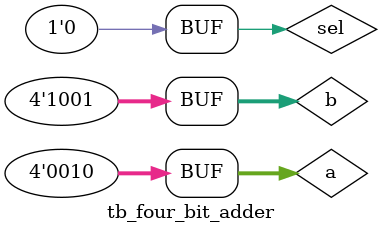
<source format=v>
module tb_four_bit_adder();
reg [3:0] a,b;
reg sel;
wire [3:0] sum;
wire cout;

adder_subtractor dut(sum,cout,a,b,sel);

initial
begin
a = 4'b0110; b = 4'b1000; sel = 1'b0;
#5 a = 4'b0111; b = 4'b0101; sel = 1'b1;
#5 a = 4'b0010; b = 4'b1001; sel = 1'b0;
end

initial
begin
$monitor("Time = %0d, a = %b, b = %b, sel = %b, sum = %b, cout = %b",$time,a,b,sel,sum,cout);
end
endmodule
</source>
